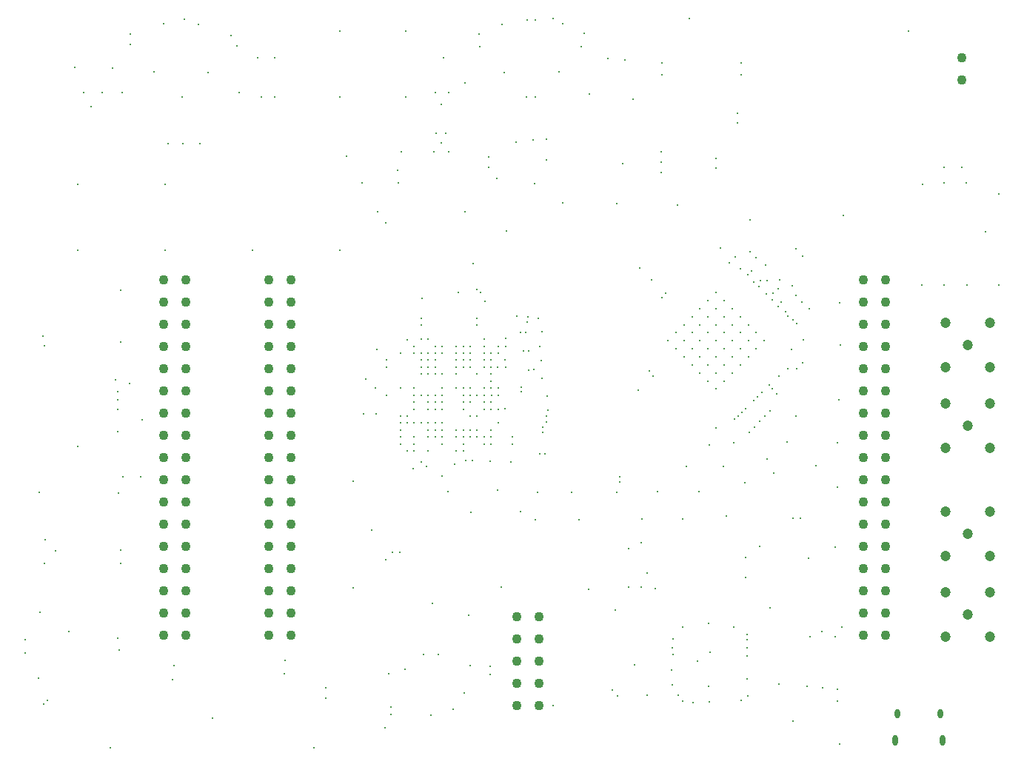
<source format=gbr>
%TF.GenerationSoftware,Altium Limited,Altium Designer,23.5.1 (21)*%
G04 Layer_Color=0*
%FSLAX45Y45*%
%MOMM*%
%TF.SameCoordinates,DF551FB5-6F85-4ABD-ABAF-5ACF3DF1BB5E*%
%TF.FilePolarity,Positive*%
%TF.FileFunction,Plated,1,4,PTH,Drill*%
%TF.Part,Single*%
G01*
G75*
%TA.AperFunction,ComponentDrill*%
%ADD183C,1.20000*%
%ADD184C,1.10000*%
%ADD185O,0.70000X1.20000*%
%ADD186O,0.65000X1.05000*%
%TA.AperFunction,ViaDrill,NotFilled*%
%ADD187C,0.20000*%
D183*
X11070001Y1602701D02*
D03*
X10816001Y1856701D02*
D03*
Y1348701D02*
D03*
X11324001Y1856701D02*
D03*
Y1348701D02*
D03*
X11070001Y3762652D02*
D03*
X10816001Y4016652D02*
D03*
Y3508652D02*
D03*
X11324001Y4016652D02*
D03*
Y3508652D02*
D03*
X11070001Y4690002D02*
D03*
X10816001Y4944002D02*
D03*
Y4436002D02*
D03*
X11324001Y4944002D02*
D03*
Y4436002D02*
D03*
X11070001Y2530001D02*
D03*
X10816001Y2784001D02*
D03*
Y2276001D02*
D03*
X11324001Y2784001D02*
D03*
Y2276001D02*
D03*
D184*
X6164001Y820001D02*
D03*
Y566001D02*
D03*
X5910001D02*
D03*
Y820001D02*
D03*
X6164001Y1328001D02*
D03*
Y1074001D02*
D03*
Y1582001D02*
D03*
X5910001Y1328001D02*
D03*
Y1074001D02*
D03*
Y1582001D02*
D03*
X11003501Y7718503D02*
D03*
Y7972503D02*
D03*
X2130001Y1367001D02*
D03*
X1876001Y1621001D02*
D03*
Y1875001D02*
D03*
Y2129001D02*
D03*
Y2383001D02*
D03*
Y2637001D02*
D03*
Y2891001D02*
D03*
Y3145001D02*
D03*
Y3399001D02*
D03*
Y3653001D02*
D03*
Y3907001D02*
D03*
Y4161001D02*
D03*
Y4415001D02*
D03*
Y4669001D02*
D03*
Y4923001D02*
D03*
Y5177001D02*
D03*
Y5431001D02*
D03*
Y1367001D02*
D03*
X2130001Y1621001D02*
D03*
Y1875001D02*
D03*
Y2129001D02*
D03*
Y2383001D02*
D03*
Y2637001D02*
D03*
Y2891001D02*
D03*
Y3145001D02*
D03*
Y3399001D02*
D03*
Y3653001D02*
D03*
Y3907001D02*
D03*
Y4161001D02*
D03*
Y4415001D02*
D03*
Y4669001D02*
D03*
Y4923001D02*
D03*
Y5177001D02*
D03*
Y5431001D02*
D03*
X3330001D02*
D03*
Y5177001D02*
D03*
Y4923001D02*
D03*
Y4669001D02*
D03*
Y4415001D02*
D03*
Y4161001D02*
D03*
Y3907001D02*
D03*
Y3653001D02*
D03*
Y3399001D02*
D03*
Y3145001D02*
D03*
Y2891001D02*
D03*
Y2637001D02*
D03*
Y2383001D02*
D03*
Y2129001D02*
D03*
Y1875001D02*
D03*
Y1621001D02*
D03*
X3076001Y1367001D02*
D03*
Y5431001D02*
D03*
Y5177001D02*
D03*
Y4923001D02*
D03*
Y4669001D02*
D03*
Y4415001D02*
D03*
Y4161001D02*
D03*
Y3907001D02*
D03*
Y3653001D02*
D03*
Y3399001D02*
D03*
Y3145001D02*
D03*
Y2891001D02*
D03*
Y2637001D02*
D03*
Y2383001D02*
D03*
Y2129001D02*
D03*
Y1875001D02*
D03*
Y1621001D02*
D03*
X3330001Y1367001D02*
D03*
X9876001Y2637001D02*
D03*
Y2129001D02*
D03*
Y1367001D02*
D03*
Y1621001D02*
D03*
Y1875001D02*
D03*
Y4669001D02*
D03*
Y4415001D02*
D03*
Y5431001D02*
D03*
Y4923001D02*
D03*
Y5177001D02*
D03*
Y3399001D02*
D03*
Y2891001D02*
D03*
Y3145001D02*
D03*
Y3907001D02*
D03*
X10130001Y2383001D02*
D03*
X9876001D02*
D03*
X10130001Y2637001D02*
D03*
Y2891001D02*
D03*
Y1875001D02*
D03*
Y1367001D02*
D03*
Y1621001D02*
D03*
Y2129001D02*
D03*
X9876001Y4161001D02*
D03*
Y3653001D02*
D03*
X10130001Y4669001D02*
D03*
Y5431001D02*
D03*
Y4923001D02*
D03*
Y5177001D02*
D03*
Y3653001D02*
D03*
Y3145001D02*
D03*
Y3399001D02*
D03*
Y4415001D02*
D03*
Y3907001D02*
D03*
Y4161001D02*
D03*
D185*
X10780001Y170001D02*
D03*
X10235001D02*
D03*
D186*
X10750001Y473001D02*
D03*
X10265001D02*
D03*
D187*
X7880892Y8417784D02*
D03*
X6330002Y8417501D02*
D03*
X10387802Y8274271D02*
D03*
X9644489Y6172233D02*
D03*
X4941644Y1728593D02*
D03*
X4250179Y2569703D02*
D03*
X5387802Y2774272D02*
D03*
X5201537Y3321449D02*
D03*
X4724797Y3270271D02*
D03*
X4157802Y3896772D02*
D03*
X4039314Y3127519D02*
D03*
X887802Y3524272D02*
D03*
X4637802Y8274271D02*
D03*
Y7524272D02*
D03*
X3887802Y8274271D02*
D03*
Y7524272D02*
D03*
Y5774272D02*
D03*
X2887802D02*
D03*
X1887802D02*
D03*
Y6524272D02*
D03*
X887802D02*
D03*
Y5774272D02*
D03*
X7972802Y1069272D02*
D03*
X7810302Y614272D02*
D03*
X7697802Y1329536D02*
D03*
X8545262Y1315262D02*
D03*
X7685302Y796772D02*
D03*
X7680001Y970001D02*
D03*
X4817802Y4994271D02*
D03*
X4817802Y4914271D02*
D03*
X4317802Y6214272D02*
D03*
X4897802Y4034272D02*
D03*
Y3954272D02*
D03*
X4977802D02*
D03*
Y4674272D02*
D03*
X4897802Y4754271D02*
D03*
X4817802Y4754272D02*
D03*
X5457802Y3874272D02*
D03*
X5377802D02*
D03*
Y4194272D02*
D03*
Y4114272D02*
D03*
X5457802Y4914271D02*
D03*
X5057802Y3186772D02*
D03*
X5057802Y3554272D02*
D03*
X5537802Y4034272D02*
D03*
Y4754271D02*
D03*
X5617802Y4354272D02*
D03*
X5617802Y4274272D02*
D03*
X4187802Y4299272D02*
D03*
X4297802Y4194272D02*
D03*
X4417802Y4114272D02*
D03*
X4577802Y4194272D02*
D03*
X5297802Y4194272D02*
D03*
X5057802Y4114272D02*
D03*
X5297802Y4034272D02*
D03*
X4737802Y4034271D02*
D03*
Y4114272D02*
D03*
X5297802Y3954272D02*
D03*
X5057802Y4674272D02*
D03*
X4817802Y4354272D02*
D03*
X4417802Y4434272D02*
D03*
X4817802Y4594271D02*
D03*
Y4434272D02*
D03*
X4897802Y4594271D02*
D03*
X4977802D02*
D03*
X4737802Y4194272D02*
D03*
X5377802Y4594271D02*
D03*
X5537802Y4194272D02*
D03*
X5617802D02*
D03*
X5697802D02*
D03*
X5696739Y4115334D02*
D03*
X5057802Y3954272D02*
D03*
X4737802D02*
D03*
Y4674272D02*
D03*
X4977802Y4354271D02*
D03*
X5217802Y4434271D02*
D03*
X4977802Y4034272D02*
D03*
X4897802Y4434272D02*
D03*
X5377802Y4514271D02*
D03*
Y4034272D02*
D03*
X4817802Y4514271D02*
D03*
X4977802D02*
D03*
X4897802D02*
D03*
Y4114272D02*
D03*
Y4354271D02*
D03*
X5217802Y4514271D02*
D03*
X5057802Y4034272D02*
D03*
X5777802Y4514271D02*
D03*
X5457802Y4114272D02*
D03*
X5857802Y3634272D02*
D03*
Y3554272D02*
D03*
X5217802Y3714272D02*
D03*
X5297802D02*
D03*
X5377802D02*
D03*
X5457802D02*
D03*
Y3634272D02*
D03*
X5377802D02*
D03*
X5297802D02*
D03*
X5217802D02*
D03*
Y3474272D02*
D03*
X5297802D02*
D03*
Y3554272D02*
D03*
X5617802Y3714272D02*
D03*
Y3554100D02*
D03*
Y3633928D02*
D03*
X5537802Y3554272D02*
D03*
Y3633594D02*
D03*
X5697802Y3794272D02*
D03*
X4897802Y3474272D02*
D03*
Y3634272D02*
D03*
X4977802D02*
D03*
X5057802D02*
D03*
X4897802Y3794272D02*
D03*
X4817802D02*
D03*
X4737802D02*
D03*
X4657802D02*
D03*
Y3474272D02*
D03*
X4737802D02*
D03*
X4820001Y3350001D02*
D03*
X4577802Y3550001D02*
D03*
X4737802Y4594271D02*
D03*
X4577802D02*
D03*
X5617802Y4514272D02*
D03*
X5457802Y4994271D02*
D03*
X4657802Y3874272D02*
D03*
X4577802D02*
D03*
Y3794272D02*
D03*
Y3714272D02*
D03*
X4897802D02*
D03*
X4977802D02*
D03*
X5057802D02*
D03*
Y3794272D02*
D03*
X4977802D02*
D03*
X5537802Y3954272D02*
D03*
X5377802Y4434272D02*
D03*
X5297802Y4514271D02*
D03*
X5217802Y4594271D02*
D03*
X5297802D02*
D03*
X5217802Y4674272D02*
D03*
X5297802D02*
D03*
X5377802D02*
D03*
X5537802Y4434272D02*
D03*
Y4514271D02*
D03*
X5457802Y4354272D02*
D03*
X5057802Y4194272D02*
D03*
Y4354271D02*
D03*
X5297802Y4114272D02*
D03*
X5217802Y4194272D02*
D03*
Y4354271D02*
D03*
X4977802Y4114272D02*
D03*
X5297802Y4434272D02*
D03*
X4977802D02*
D03*
X5057802Y4594271D02*
D03*
X4817802Y4114271D02*
D03*
X4737802Y3634272D02*
D03*
Y3554272D02*
D03*
X8557013Y4735864D02*
D03*
X8648936Y4643940D02*
D03*
X8465089Y4827788D02*
D03*
X8097393Y5195483D02*
D03*
X8189317Y5103559D02*
D03*
X8281241Y5011635D02*
D03*
X8373165Y4919712D02*
D03*
X8465089Y4643940D02*
D03*
X8557013Y4552016D02*
D03*
X8373165Y4735864D02*
D03*
X8005469Y5103559D02*
D03*
X8097393Y5011635D02*
D03*
X8189317Y4919712D02*
D03*
X8281241Y4827788D02*
D03*
X8373165Y4552016D02*
D03*
X8465089Y4460092D02*
D03*
X8281241Y4643940D02*
D03*
X7913546Y5011635D02*
D03*
X8005469Y4919712D02*
D03*
X8097393Y4827788D02*
D03*
X8189317Y4735864D02*
D03*
Y4368168D02*
D03*
X8281241Y4276244D02*
D03*
X8097393Y4460092D02*
D03*
X7729698Y4827788D02*
D03*
X7821622Y4735864D02*
D03*
X7913546Y4643940D02*
D03*
X8005469Y4552016D02*
D03*
X8281241Y4460092D02*
D03*
X8373165Y4368168D02*
D03*
X8189317Y4552016D02*
D03*
X7821622Y4919712D02*
D03*
X7913546Y4827788D02*
D03*
X8005469Y4735864D02*
D03*
X8097393Y4643940D02*
D03*
X8648936Y4827788D02*
D03*
X8740860Y4735864D02*
D03*
X8557013Y4919712D02*
D03*
X8189317Y5287407D02*
D03*
X8281241Y5195483D02*
D03*
X8373165Y5103559D02*
D03*
X8465089Y5011635D02*
D03*
X8097393Y4276244D02*
D03*
X8189317Y4184321D02*
D03*
X8005469Y4368168D02*
D03*
X7637774Y4735864D02*
D03*
X7729698Y4643940D02*
D03*
X7821622Y4552016D02*
D03*
X7913546Y4460092D02*
D03*
X6740001Y7560001D02*
D03*
X7330001Y2430001D02*
D03*
Y1920001D02*
D03*
X7190001Y2360001D02*
D03*
Y1920001D02*
D03*
X5400001Y3370001D02*
D03*
X5330001D02*
D03*
X7400001Y2080001D02*
D03*
X6730001Y1890001D02*
D03*
X7490001Y1900001D02*
D03*
X8100001Y1500001D02*
D03*
X9410001Y770001D02*
D03*
X8910001Y810001D02*
D03*
X5730001Y1920001D02*
D03*
X5610001Y1010001D02*
D03*
X6028753Y4953231D02*
D03*
X6036713Y5010246D02*
D03*
X7040001Y1660001D02*
D03*
X4450001Y930001D02*
D03*
X4630001Y980001D02*
D03*
X4840001Y1150001D02*
D03*
X5010001D02*
D03*
X5538695Y4672686D02*
D03*
X7060001Y670001D02*
D03*
X8540001Y1220001D02*
D03*
X7690001D02*
D03*
X7930001Y600001D02*
D03*
X8110001Y610001D02*
D03*
X2430001Y420001D02*
D03*
X5070001Y7970001D02*
D03*
X2110001Y8410001D02*
D03*
X1630001Y3830001D02*
D03*
X6330001Y560001D02*
D03*
X9400001Y1410001D02*
D03*
X9260001Y1350001D02*
D03*
X9580001Y750001D02*
D03*
X8810001Y1680001D02*
D03*
X9630001Y1460001D02*
D03*
X7000001Y740001D02*
D03*
X2740001Y7570001D02*
D03*
X1400001D02*
D03*
X5480001Y8240001D02*
D03*
X5050001Y7440001D02*
D03*
Y7000001D02*
D03*
X5100001Y7110001D02*
D03*
X5320001Y7680001D02*
D03*
X5130001Y7570001D02*
D03*
X4980001D02*
D03*
X4990001Y7110001D02*
D03*
X5130001Y6900001D02*
D03*
X4960001D02*
D03*
X1350001Y4150001D02*
D03*
X510001Y4680001D02*
D03*
X1380001Y4720001D02*
D03*
X4410001Y2230001D02*
D03*
X7760001Y680001D02*
D03*
X7260426Y1030001D02*
D03*
X7400001Y680001D02*
D03*
X5120001Y3010001D02*
D03*
X4040001Y1910001D02*
D03*
X3730001Y650001D02*
D03*
Y770001D02*
D03*
X5699990Y4589992D02*
D03*
X8530001Y2030001D02*
D03*
X640001Y2330001D02*
D03*
X1380001Y2340001D02*
D03*
X1990001Y1020001D02*
D03*
X3260001Y1080001D02*
D03*
X4470001Y460001D02*
D03*
X5180001Y520001D02*
D03*
X5610001Y920001D02*
D03*
X7700001Y1150001D02*
D03*
X8120001Y1170001D02*
D03*
X8390001Y1460001D02*
D03*
X8540001Y1130001D02*
D03*
X7810001Y1460001D02*
D03*
X8100001Y780001D02*
D03*
X8480001Y620001D02*
D03*
X11270001Y5980001D02*
D03*
X11420001Y5370001D02*
D03*
Y6410001D02*
D03*
X9230001Y780001D02*
D03*
X9550001Y1350001D02*
D03*
X9600001Y120001D02*
D03*
X9580001Y617927D02*
D03*
X9070001Y390001D02*
D03*
X500001Y580001D02*
D03*
X539811Y619812D02*
D03*
X8540001Y870001D02*
D03*
X8467757Y5560829D02*
D03*
X8935272Y5180052D02*
D03*
X8900001Y5130001D02*
D03*
X5380001Y1020001D02*
D03*
X8621848Y4054987D02*
D03*
X8598878Y5532194D02*
D03*
X8619384Y5409299D02*
D03*
X8339049Y5630954D02*
D03*
X8552305Y5488912D02*
D03*
X8408233Y5698233D02*
D03*
X8760040Y5271249D02*
D03*
X4308969Y4634271D02*
D03*
X4470001Y550001D02*
D03*
X8981335Y5066940D02*
D03*
X8829049Y5200954D02*
D03*
X8683543Y5355196D02*
D03*
X5910372Y5013860D02*
D03*
X5614015Y4596802D02*
D03*
X6210001Y3690001D02*
D03*
X6207435Y3747441D02*
D03*
X4880001Y3300001D02*
D03*
X5311717Y708285D02*
D03*
X4400001Y310051D02*
D03*
X9070001Y2710001D02*
D03*
X9150001D02*
D03*
X8540001Y1380001D02*
D03*
X1260001Y80001D02*
D03*
X3590001D02*
D03*
X4932389Y450001D02*
D03*
X5360001Y1600001D02*
D03*
X8550001Y670001D02*
D03*
X9250001Y2250001D02*
D03*
X9554325Y2375112D02*
D03*
X8530001Y2260001D02*
D03*
X440001Y880002D02*
D03*
X4570001Y2320001D02*
D03*
X4488182Y2318182D02*
D03*
X1970001Y860001D02*
D03*
X3254001Y930001D02*
D03*
X1365460Y1194543D02*
D03*
X1350001Y4060001D02*
D03*
X5410001Y5620001D02*
D03*
X4830001Y5220001D02*
D03*
X5790001Y5990001D02*
D03*
X8580001Y6120001D02*
D03*
X4418705Y4517864D02*
D03*
X5953701Y4833371D02*
D03*
X9010001Y5020001D02*
D03*
X5693701Y4435871D02*
D03*
X5780001Y4430001D02*
D03*
X11060002Y5370001D02*
D03*
X10547502Y6527501D02*
D03*
X10800002Y5370001D02*
D03*
X10540002D02*
D03*
X11053002Y6543001D02*
D03*
X10800002Y6540001D02*
D03*
X6439288Y8360714D02*
D03*
X6677499Y8247503D02*
D03*
X4590001Y6895001D02*
D03*
X3960001Y6845002D02*
D03*
X4140001Y6545001D02*
D03*
X4550001Y6685001D02*
D03*
X4560001Y6545001D02*
D03*
X5680001Y6595002D02*
D03*
X5590001Y6715002D02*
D03*
Y6835002D02*
D03*
X5900001Y7005001D02*
D03*
X8900001Y5330001D02*
D03*
X8840001Y5280001D02*
D03*
X9169049Y5180954D02*
D03*
X9259049Y5100954D02*
D03*
X9057892Y5361962D02*
D03*
X9071912Y4972941D02*
D03*
X9114096Y4932276D02*
D03*
X8663911Y4095720D02*
D03*
X8711516Y4141060D02*
D03*
X7430001Y4390001D02*
D03*
X5454502Y5325357D02*
D03*
X5500001Y5290001D02*
D03*
X8800001Y4230001D02*
D03*
X8834615Y4184376D02*
D03*
X7470001Y4330001D02*
D03*
X6043251Y4620001D02*
D03*
X6048751Y4400001D02*
D03*
X6105658Y4408054D02*
D03*
X10792001Y6720001D02*
D03*
X11000001D02*
D03*
X4410001Y6080001D02*
D03*
X2709288Y8110714D02*
D03*
X7088141Y3120001D02*
D03*
X6248141Y3810001D02*
D03*
X6250001Y3870001D02*
D03*
X7090002Y3180002D02*
D03*
X5618701Y3950871D02*
D03*
X5701201Y3953372D02*
D03*
X6170001Y3440002D02*
D03*
X6234505D02*
D03*
X5775133Y3957037D02*
D03*
X5616201Y4030872D02*
D03*
X7320001Y5570001D02*
D03*
X7449049Y5430954D02*
D03*
X9100001Y5790001D02*
D03*
X8430001Y7230001D02*
D03*
X9110001Y4420001D02*
D03*
X9180001Y4480001D02*
D03*
X9010002Y4420001D02*
D03*
X9050001Y4640001D02*
D03*
X8910001Y4330001D02*
D03*
X8880002Y4130001D02*
D03*
X5550001Y5190001D02*
D03*
X8700001Y5420001D02*
D03*
X9180001Y5700001D02*
D03*
X8920001Y5430001D02*
D03*
X4299651Y3899651D02*
D03*
X7050001Y6300001D02*
D03*
X6440001Y6310001D02*
D03*
X5320002Y6210001D02*
D03*
X5240001Y5290001D02*
D03*
X7750002Y6290001D02*
D03*
X8240002Y5800001D02*
D03*
X9600001Y5170001D02*
D03*
X9190001Y4750001D02*
D03*
X9610001Y4690001D02*
D03*
X9590001Y4060001D02*
D03*
X9580001Y3570001D02*
D03*
Y3060001D02*
D03*
X9330001Y3310002D02*
D03*
X7810001Y2700001D02*
D03*
X8310001Y2730001D02*
D03*
X8520002Y3110001D02*
D03*
X8770002Y3380001D02*
D03*
X8850001Y3220001D02*
D03*
X9000002Y3580001D02*
D03*
X9100001Y3870001D02*
D03*
X8110002Y3540001D02*
D03*
X8390002Y3570001D02*
D03*
X8190001Y3740001D02*
D03*
X8270001Y3300001D02*
D03*
X7850002D02*
D03*
X7990002Y3010001D02*
D03*
X7520001D02*
D03*
X7340001Y2700001D02*
D03*
X7050001Y3000001D02*
D03*
X6620001Y2690001D02*
D03*
X6540001Y3000001D02*
D03*
X6122171Y2692501D02*
D03*
X5950002Y2780001D02*
D03*
X6150001Y3000001D02*
D03*
X5690002Y3030001D02*
D03*
X5610001Y3360001D02*
D03*
X5844901Y3351033D02*
D03*
X5780001Y4670001D02*
D03*
X5700002D02*
D03*
X5780001Y4760001D02*
D03*
X6270001Y3940001D02*
D03*
X6260001Y4100001D02*
D03*
X6200002Y4310001D02*
D03*
X6190001Y4510001D02*
D03*
X6170001Y4670001D02*
D03*
X6200002Y4840001D02*
D03*
X6160001Y4990001D02*
D03*
X450001Y3000001D02*
D03*
X1350001Y3700001D02*
D03*
Y1330001D02*
D03*
X1360001Y2990001D02*
D03*
X5960002Y4208467D02*
D03*
Y4150467D02*
D03*
X5985251Y4620001D02*
D03*
X1289289Y7850714D02*
D03*
X859288Y7860714D02*
D03*
X1489289Y8120714D02*
D03*
X1759289Y7810714D02*
D03*
X3140001Y7970001D02*
D03*
X2949288Y7970714D02*
D03*
X2379288Y7800714D02*
D03*
X2269289Y8350714D02*
D03*
X1869288Y8360714D02*
D03*
X6029288Y8400714D02*
D03*
X5769288Y7800714D02*
D03*
X7150001Y7950001D02*
D03*
X6950001Y7960001D02*
D03*
X6389288Y7810714D02*
D03*
X6649288Y8100714D02*
D03*
X5739288Y8350714D02*
D03*
X5489288Y8100714D02*
D03*
X510002Y2190001D02*
D03*
X490002Y4790001D02*
D03*
X6120001Y8400001D02*
D03*
X960001Y7570001D02*
D03*
X2640001Y8230001D02*
D03*
X1170001Y7570001D02*
D03*
X1040001Y7410001D02*
D03*
X1490001Y8245001D02*
D03*
X1920001Y6990002D02*
D03*
X2090001D02*
D03*
X2290001D02*
D03*
X3140001Y7520001D02*
D03*
X2990001D02*
D03*
X2080001D02*
D03*
X6110001Y6530001D02*
D03*
X7120001Y6760001D02*
D03*
X6250001Y6800001D02*
D03*
X6100001Y7030001D02*
D03*
X6250001Y7040001D02*
D03*
X6019501Y7520501D02*
D03*
X6119501D02*
D03*
X7240001Y7500002D02*
D03*
X8477001Y7780001D02*
D03*
Y7910001D02*
D03*
X8430001Y7340002D02*
D03*
X8190001Y6820001D02*
D03*
Y6710001D02*
D03*
X7570001Y7910001D02*
D03*
Y7780001D02*
D03*
X7560001Y6780001D02*
D03*
Y6900001D02*
D03*
Y6660001D02*
D03*
X6011201Y4833371D02*
D03*
X5616201Y4435871D02*
D03*
X8629049Y3750954D02*
D03*
X8569049Y3690954D02*
D03*
X8400195Y3837130D02*
D03*
X8529049Y3960954D02*
D03*
X8483425Y3916786D02*
D03*
X8442834Y3875937D02*
D03*
X8804148Y3933560D02*
D03*
X8746854Y3875494D02*
D03*
X8689049Y3810954D02*
D03*
X7614049Y5275866D02*
D03*
X7569049Y5230954D02*
D03*
X8643049Y5684954D02*
D03*
X8579049Y5750954D02*
D03*
X8770001Y5420001D02*
D03*
X8759049Y5600954D02*
D03*
X9100049Y5251954D02*
D03*
X4660001Y4750001D02*
D03*
X5535752Y4593353D02*
D03*
X8690001Y2380001D02*
D03*
X7303463Y4172190D02*
D03*
X5540001Y4111037D02*
D03*
X5620001D02*
D03*
X790001Y1410001D02*
D03*
X460001Y1630001D02*
D03*
X290001Y1320001D02*
D03*
X292001Y1168001D02*
D03*
X520002Y2460001D02*
D03*
X1380002Y2190001D02*
D03*
X1480001Y4250001D02*
D03*
X1610001Y3180002D02*
D03*
X1410001D02*
D03*
X1350001Y3950001D02*
D03*
X1380002Y5310001D02*
D03*
X1320001Y4290001D02*
D03*
X4577445Y3635956D02*
D03*
%TF.MD5,f880371d023ae732925ad8c48502ab12*%
M02*

</source>
